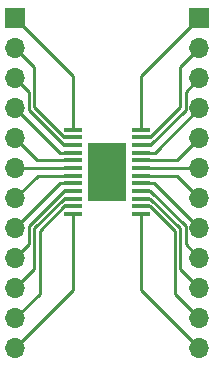
<source format=gbr>
%TF.GenerationSoftware,KiCad,Pcbnew,(5.99.0-10369-gb59bf064b4)*%
%TF.CreationDate,2021-07-26T17:07:50+02:00*%
%TF.ProjectId,htssop24,68747373-6f70-4323-942e-6b696361645f,rev?*%
%TF.SameCoordinates,Original*%
%TF.FileFunction,Copper,L1,Top*%
%TF.FilePolarity,Positive*%
%FSLAX46Y46*%
G04 Gerber Fmt 4.6, Leading zero omitted, Abs format (unit mm)*
G04 Created by KiCad (PCBNEW (5.99.0-10369-gb59bf064b4)) date 2021-07-26 17:07:50*
%MOMM*%
%LPD*%
G01*
G04 APERTURE LIST*
G04 Aperture macros list*
%AMRoundRect*
0 Rectangle with rounded corners*
0 $1 Rounding radius*
0 $2 $3 $4 $5 $6 $7 $8 $9 X,Y pos of 4 corners*
0 Add a 4 corners polygon primitive as box body*
4,1,4,$2,$3,$4,$5,$6,$7,$8,$9,$2,$3,0*
0 Add four circle primitives for the rounded corners*
1,1,$1+$1,$2,$3*
1,1,$1+$1,$4,$5*
1,1,$1+$1,$6,$7*
1,1,$1+$1,$8,$9*
0 Add four rect primitives between the rounded corners*
20,1,$1+$1,$2,$3,$4,$5,0*
20,1,$1+$1,$4,$5,$6,$7,0*
20,1,$1+$1,$6,$7,$8,$9,0*
20,1,$1+$1,$8,$9,$2,$3,0*%
G04 Aperture macros list end*
%TA.AperFunction,ComponentPad*%
%ADD10O,1.700000X1.700000*%
%TD*%
%TA.AperFunction,ComponentPad*%
%ADD11R,1.700000X1.700000*%
%TD*%
%TA.AperFunction,SMDPad,CuDef*%
%ADD12RoundRect,0.100000X-0.675000X-0.100000X0.675000X-0.100000X0.675000X0.100000X-0.675000X0.100000X0*%
%TD*%
%TA.AperFunction,SMDPad,CuDef*%
%ADD13R,3.200000X5.000000*%
%TD*%
%TA.AperFunction,Conductor*%
%ADD14C,0.250000*%
%TD*%
G04 APERTURE END LIST*
D10*
%TO.P,J1,12,Pin_12*%
%TO.N,Net-(J1-Pad12)*%
X13900000Y-41840000D03*
%TO.P,J1,11,Pin_11*%
%TO.N,Net-(J1-Pad11)*%
X13900000Y-39300000D03*
%TO.P,J1,10,Pin_10*%
%TO.N,Net-(J1-Pad10)*%
X13900000Y-36760000D03*
%TO.P,J1,9,Pin_9*%
%TO.N,Net-(J1-Pad9)*%
X13900000Y-34220000D03*
%TO.P,J1,8,Pin_8*%
%TO.N,Net-(J1-Pad8)*%
X13900000Y-31680000D03*
%TO.P,J1,7,Pin_7*%
%TO.N,Net-(J1-Pad7)*%
X13900000Y-29140000D03*
%TO.P,J1,6,Pin_6*%
%TO.N,Net-(J1-Pad6)*%
X13900000Y-26600000D03*
%TO.P,J1,5,Pin_5*%
%TO.N,Net-(J1-Pad5)*%
X13900000Y-24060000D03*
%TO.P,J1,4,Pin_4*%
%TO.N,Net-(J1-Pad4)*%
X13900000Y-21520000D03*
%TO.P,J1,3,Pin_3*%
%TO.N,Net-(J1-Pad3)*%
X13900000Y-18980000D03*
%TO.P,J1,2,Pin_2*%
%TO.N,Net-(J1-Pad2)*%
X13900000Y-16440000D03*
D11*
%TO.P,J1,1,Pin_1*%
%TO.N,Net-(J1-Pad1)*%
X13900000Y-13900000D03*
%TD*%
D12*
%TO.P,J1,1,Pin_1*%
%TO.N,Net-(J1-Pad1)*%
X18825000Y-23325000D03*
%TO.P,J1,2,Pin_2*%
%TO.N,Net-(J1-Pad2)*%
X18825000Y-23975000D03*
%TO.P,J1,3,Pin_3*%
%TO.N,Net-(J1-Pad3)*%
X18825000Y-24625000D03*
%TO.P,J1,4,Pin_4*%
%TO.N,Net-(J1-Pad4)*%
X18825000Y-25275000D03*
%TO.P,J1,5,Pin_5*%
%TO.N,Net-(J1-Pad5)*%
X18825000Y-25925000D03*
%TO.P,J1,6,Pin_6*%
%TO.N,Net-(J1-Pad6)*%
X18825000Y-26575000D03*
%TO.P,J1,7,Pin_7*%
%TO.N,Net-(J1-Pad7)*%
X18825000Y-27225000D03*
%TO.P,J1,8,Pin_8*%
%TO.N,Net-(J1-Pad8)*%
X18825000Y-27875000D03*
%TO.P,J1,9,Pin_9*%
%TO.N,Net-(J1-Pad9)*%
X18825000Y-28525000D03*
%TO.P,J1,10,Pin_10*%
%TO.N,Net-(J1-Pad10)*%
X18825000Y-29175000D03*
%TO.P,J1,11,Pin_11*%
%TO.N,Net-(J1-Pad11)*%
X18825000Y-29825000D03*
%TO.P,J1,12,Pin_12*%
%TO.N,Net-(J1-Pad12)*%
X18825000Y-30475000D03*
%TO.P,J1,13,Pin_13*%
%TO.N,Net-(J2-Pad13)*%
X24575000Y-30475000D03*
%TO.P,J1,14,Pin_14*%
%TO.N,Net-(J2-Pad14)*%
X24575000Y-29825000D03*
%TO.P,J1,15,Pin_15*%
%TO.N,Net-(J2-Pad15)*%
X24575000Y-29175000D03*
%TO.P,J1,16,Pin_16*%
%TO.N,Net-(J2-Pad16)*%
X24575000Y-28525000D03*
%TO.P,J1,17,Pin_17*%
%TO.N,Net-(J2-Pad17)*%
X24575000Y-27875000D03*
%TO.P,J1,18,Pin_18*%
%TO.N,Net-(J2-Pad18)*%
X24575000Y-27225000D03*
%TO.P,J1,19,Pin_19*%
%TO.N,Net-(J2-Pad19)*%
X24575000Y-26575000D03*
%TO.P,J1,20,Pin_20*%
%TO.N,Net-(J2-Pad20)*%
X24575000Y-25925000D03*
%TO.P,J1,21,Pin_21*%
%TO.N,Net-(J2-Pad21)*%
X24575000Y-25275000D03*
%TO.P,J1,22,Pin_22*%
%TO.N,Net-(J2-Pad22)*%
X24575000Y-24625000D03*
%TO.P,J1,23,Pin_23*%
%TO.N,Net-(J2-Pad23)*%
X24575000Y-23975000D03*
%TO.P,J1,24,Pin_24*%
%TO.N,Net-(J2-Pad24)*%
X24575000Y-23325000D03*
D13*
%TO.P,J1,25*%
%TO.N,N/C*%
X21700000Y-26900000D03*
%TD*%
D11*
%TO.P,J3,1,Pin_1*%
%TO.N,Net-(J2-Pad24)*%
X29500000Y-13900000D03*
D10*
%TO.P,J3,2,Pin_2*%
%TO.N,Net-(J2-Pad23)*%
X29500000Y-16440000D03*
%TO.P,J3,3,Pin_3*%
%TO.N,Net-(J2-Pad22)*%
X29500000Y-18980000D03*
%TO.P,J3,4,Pin_4*%
%TO.N,Net-(J2-Pad21)*%
X29500000Y-21520000D03*
%TO.P,J3,5,Pin_5*%
%TO.N,Net-(J2-Pad20)*%
X29500000Y-24060000D03*
%TO.P,J3,6,Pin_6*%
%TO.N,Net-(J2-Pad19)*%
X29500000Y-26600000D03*
%TO.P,J3,7,Pin_7*%
%TO.N,Net-(J2-Pad18)*%
X29500000Y-29140000D03*
%TO.P,J3,8,Pin_8*%
%TO.N,Net-(J2-Pad17)*%
X29500000Y-31680000D03*
%TO.P,J3,9,Pin_9*%
%TO.N,Net-(J2-Pad16)*%
X29500000Y-34220000D03*
%TO.P,J3,10,Pin_10*%
%TO.N,Net-(J2-Pad15)*%
X29500000Y-36760000D03*
%TO.P,J3,11,Pin_11*%
%TO.N,Net-(J2-Pad14)*%
X29500000Y-39300000D03*
%TO.P,J3,12,Pin_12*%
%TO.N,Net-(J2-Pad13)*%
X29500000Y-41840000D03*
%TD*%
D14*
%TO.N,Net-(J1-Pad12)*%
X18825000Y-36725000D02*
X18800000Y-36750000D01*
X18825000Y-30475000D02*
X18825000Y-36725000D01*
X18800000Y-36750000D02*
X18800000Y-36940000D01*
X18800000Y-36940000D02*
X13900000Y-41840000D01*
%TO.N,Net-(J2-Pad13)*%
X24575000Y-30475000D02*
X24575000Y-36915000D01*
X24575000Y-36915000D02*
X29500000Y-41840000D01*
%TO.N,Net-(J1-Pad11)*%
X18825000Y-29825000D02*
X18050000Y-29825000D01*
X18050000Y-29825000D02*
X15973551Y-31901449D01*
X15973551Y-31901449D02*
X15973551Y-37226449D01*
X15973551Y-37226449D02*
X13900000Y-39300000D01*
%TO.N,Net-(J2-Pad14)*%
X24575000Y-29825000D02*
X25350000Y-29825000D01*
X25350000Y-29825000D02*
X27426449Y-31901449D01*
X27426449Y-37226449D02*
X29500000Y-39300000D01*
X27426449Y-31901449D02*
X27426449Y-37226449D01*
%TO.N,Net-(J1-Pad10)*%
X18825000Y-29175000D02*
X18035718Y-29175000D01*
X18035718Y-29175000D02*
X15524031Y-31686687D01*
X15524031Y-31686687D02*
X15524031Y-35135969D01*
X15524031Y-35135969D02*
X13900000Y-36760000D01*
%TO.N,Net-(J2-Pad15)*%
X24575000Y-29175000D02*
X25350000Y-29175000D01*
X25350000Y-29175000D02*
X27875969Y-31700969D01*
X27875969Y-31700969D02*
X27875969Y-35135969D01*
X27875969Y-35135969D02*
X29500000Y-36760000D01*
%TO.N,Net-(J1-Pad9)*%
X18825000Y-28525000D02*
X18050000Y-28525000D01*
X18050000Y-28525000D02*
X15074511Y-31500489D01*
X15074511Y-31500489D02*
X15074511Y-33045489D01*
X15074511Y-33045489D02*
X13900000Y-34220000D01*
%TO.N,Net-(J2-Pad16)*%
X24575000Y-28525000D02*
X25350000Y-28525000D01*
X25350000Y-28525000D02*
X28325489Y-31500489D01*
X28325489Y-31500489D02*
X28325489Y-33045489D01*
X28325489Y-33045489D02*
X29500000Y-34220000D01*
%TO.N,Net-(J1-Pad8)*%
X18825000Y-27875000D02*
X17705000Y-27875000D01*
X17705000Y-27875000D02*
X13900000Y-31680000D01*
%TO.N,Net-(J2-Pad17)*%
X24575000Y-27875000D02*
X25695000Y-27875000D01*
X25695000Y-27875000D02*
X29500000Y-31680000D01*
%TO.N,Net-(J1-Pad7)*%
X18825000Y-27225000D02*
X15815000Y-27225000D01*
X15815000Y-27225000D02*
X13900000Y-29140000D01*
%TO.N,Net-(J2-Pad18)*%
X24575000Y-27225000D02*
X27585000Y-27225000D01*
X27585000Y-27225000D02*
X29500000Y-29140000D01*
%TO.N,Net-(J1-Pad1)*%
X18825000Y-23325000D02*
X18825000Y-18825000D01*
X18825000Y-18825000D02*
X13900000Y-13900000D01*
%TO.N,Net-(J2-Pad24)*%
X24575000Y-23325000D02*
X24575000Y-18825000D01*
X24575000Y-18825000D02*
X29500000Y-13900000D01*
%TO.N,Net-(J1-Pad2)*%
X18825000Y-23975000D02*
X18050000Y-23975000D01*
X18050000Y-23975000D02*
X15524031Y-21449031D01*
X15524031Y-18064031D02*
X13900000Y-16440000D01*
X15524031Y-21449031D02*
X15524031Y-18064031D01*
%TO.N,Net-(J2-Pad23)*%
X24575000Y-23975000D02*
X25350000Y-23975000D01*
X25350000Y-23975000D02*
X27875969Y-21449031D01*
X27875969Y-21449031D02*
X27875969Y-18064031D01*
X27875969Y-18064031D02*
X29500000Y-16440000D01*
%TO.N,Net-(J1-Pad3)*%
X18825000Y-24625000D02*
X18050000Y-24625000D01*
X15074511Y-20154511D02*
X13900000Y-18980000D01*
X18050000Y-24625000D02*
X15074511Y-21649511D01*
X15074511Y-21649511D02*
X15074511Y-20154511D01*
%TO.N,Net-(J2-Pad22)*%
X24575000Y-24625000D02*
X25350000Y-24625000D01*
X28325489Y-20154511D02*
X29500000Y-18980000D01*
X25350000Y-24625000D02*
X28325489Y-21649511D01*
X28325489Y-21649511D02*
X28325489Y-20154511D01*
%TO.N,Net-(J2-Pad21)*%
X24575000Y-25275000D02*
X25745000Y-25275000D01*
X25745000Y-25275000D02*
X29500000Y-21520000D01*
%TO.N,Net-(J1-Pad4)*%
X18825000Y-25275000D02*
X17655000Y-25275000D01*
X17655000Y-25275000D02*
X13900000Y-21520000D01*
%TO.N,Net-(J2-Pad20)*%
X24575000Y-25925000D02*
X27635000Y-25925000D01*
X27635000Y-25925000D02*
X29500000Y-24060000D01*
%TO.N,Net-(J1-Pad5)*%
X18825000Y-25925000D02*
X15765000Y-25925000D01*
X15765000Y-25925000D02*
X13900000Y-24060000D01*
%TO.N,Net-(J1-Pad6)*%
X18825000Y-26575000D02*
X13925000Y-26575000D01*
X13925000Y-26575000D02*
X13900000Y-26600000D01*
%TO.N,Net-(J2-Pad19)*%
X24575000Y-26575000D02*
X29475000Y-26575000D01*
X29475000Y-26575000D02*
X29500000Y-26600000D01*
%TD*%
M02*

</source>
